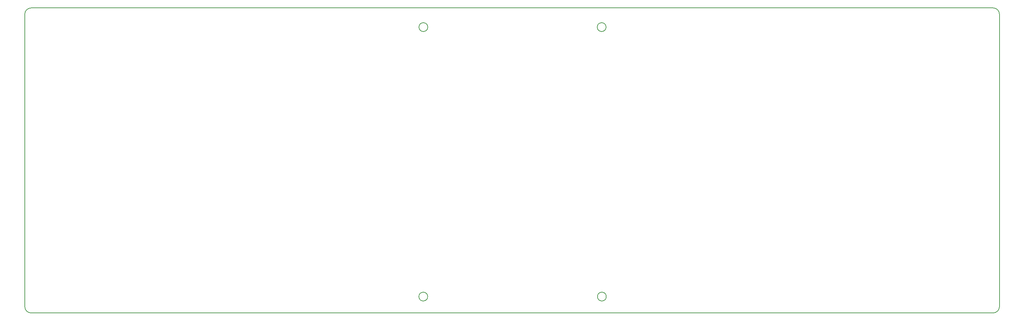
<source format=gbr>
%TF.GenerationSoftware,KiCad,Pcbnew,(7.0.0)*%
%TF.CreationDate,2024-04-29T17:21:40+02:00*%
%TF.ProjectId,LeSTMovoz revision,4c655354-4d6f-4766-9f7a-207265766973,rev?*%
%TF.SameCoordinates,Original*%
%TF.FileFunction,Profile,NP*%
%FSLAX46Y46*%
G04 Gerber Fmt 4.6, Leading zero omitted, Abs format (unit mm)*
G04 Created by KiCad (PCBNEW (7.0.0)) date 2024-04-29 17:21:40*
%MOMM*%
%LPD*%
G01*
G04 APERTURE LIST*
%TA.AperFunction,Profile*%
%ADD10C,0.200000*%
%TD*%
G04 APERTURE END LIST*
D10*
X25400000Y-23812500D02*
G75*
G03*
X23812500Y-25400000I100J-1587600D01*
G01*
X266700000Y-25400000D02*
X266700000Y-98425000D01*
X265112500Y-100012500D02*
X25400000Y-100012500D01*
X168727800Y-95923500D02*
G75*
G03*
X168727800Y-95923500I-1100000J0D01*
G01*
X265112500Y-100012500D02*
G75*
G03*
X266700000Y-98425000I100J1587400D01*
G01*
X23812500Y-98425000D02*
G75*
G03*
X25400000Y-100012500I1587500J0D01*
G01*
X124214300Y-95923500D02*
G75*
G03*
X124214300Y-95923500I-1100000J0D01*
G01*
X25400000Y-23812500D02*
X265112500Y-23812500D01*
X23812500Y-25400000D02*
X23812500Y-98425000D01*
X124239700Y-28613500D02*
G75*
G03*
X124239700Y-28613500I-1100000J0D01*
G01*
X266700000Y-25400000D02*
G75*
G03*
X265112500Y-23812500I-1587500J0D01*
G01*
X168668000Y-28613500D02*
G75*
G03*
X168668000Y-28613500I-1100000J0D01*
G01*
M02*

</source>
